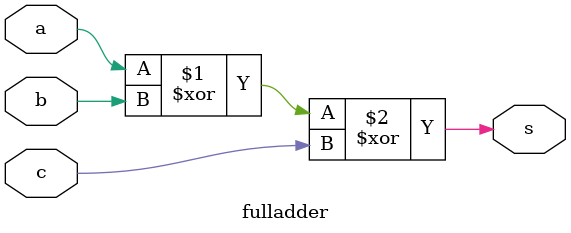
<source format=v>
module fulladder(a,b,c,s);
input a,b,c;
output s;

xor (s,a,b,c);

endmodule
</source>
